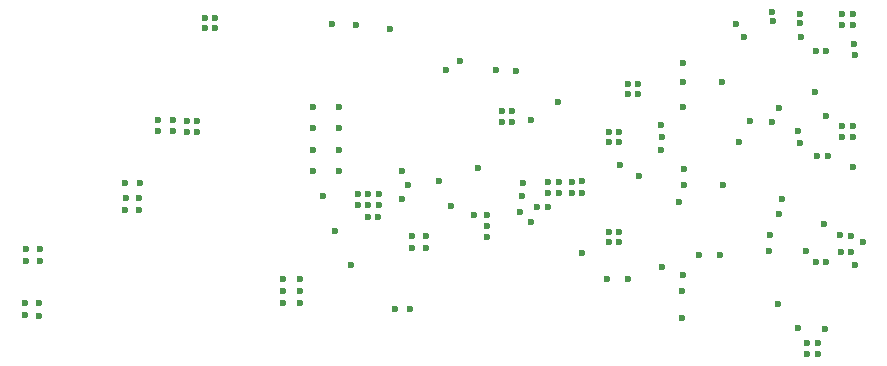
<source format=gbr>
%TF.GenerationSoftware,Altium Limited,Altium Designer,22.5.1 (42)*%
G04 Layer_Color=8388736*
%FSLAX45Y45*%
%MOMM*%
%TF.SameCoordinates,F63A7803-94E7-494B-9888-F8709FA5C5B4*%
%TF.FilePolarity,Positive*%
%TF.FileFunction,Other,Top_Tenting*%
%TF.Part,Single*%
G01*
G75*
%TA.AperFunction,SMDPad,CuDef*%
%ADD74C,0.60000*%
D74*
X6693001Y505701D02*
D03*
X7340677Y2617601D02*
D03*
X5029301Y1547101D02*
D03*
X3511600Y1401200D02*
D03*
X3510100Y1634500D02*
D03*
X5418200Y720200D02*
D03*
X5244600Y722400D02*
D03*
X6700300Y2171200D02*
D03*
X7096401Y2096801D02*
D03*
X6860000Y301900D02*
D03*
X7093301Y293401D02*
D03*
X317601Y512601D02*
D03*
X1439801Y1968601D02*
D03*
X1566801D02*
D03*
X1292119Y1533100D02*
D03*
X1159900D02*
D03*
X6703100Y1272500D02*
D03*
X7077400Y1184400D02*
D03*
X2756001Y1813801D02*
D03*
Y1995834D02*
D03*
Y2177867D02*
D03*
Y1631768D02*
D03*
X2971901D02*
D03*
Y2177867D02*
D03*
Y1995834D02*
D03*
Y1813801D02*
D03*
X4945700Y1544600D02*
D03*
Y1444101D02*
D03*
X431901Y512601D02*
D03*
X5890825Y2551401D02*
D03*
X5879700Y620101D02*
D03*
X5876100Y389001D02*
D03*
X2644101Y616301D02*
D03*
Y514701D02*
D03*
X2504401Y616301D02*
D03*
Y514701D02*
D03*
Y717901D02*
D03*
X2644101D02*
D03*
X7010501Y2652001D02*
D03*
X7099401D02*
D03*
X7115500Y1765200D02*
D03*
X7019300D02*
D03*
X7099401Y861301D02*
D03*
X7010501D02*
D03*
X7340701Y835901D02*
D03*
X5894701Y1651301D02*
D03*
X5029301Y937501D02*
D03*
X6643800Y2979800D02*
D03*
X6879700Y2960300D02*
D03*
X7337000Y2711400D02*
D03*
X6874800Y1875200D02*
D03*
X5897001Y1518701D02*
D03*
X6451701Y2055101D02*
D03*
X5348774Y1879373D02*
D03*
X5259874D02*
D03*
X5348774Y1968273D02*
D03*
X5259874D02*
D03*
X5259674Y1120873D02*
D03*
X5348574D02*
D03*
X5259674Y1031973D02*
D03*
X5348574D02*
D03*
X5029301Y1445501D02*
D03*
X4118330Y1261411D02*
D03*
X4224501Y1259401D02*
D03*
X4223695Y1165867D02*
D03*
X4223694Y1076967D02*
D03*
X5887524Y2173501D02*
D03*
X6215101Y2389401D02*
D03*
X6878901Y2883001D02*
D03*
X7001801Y2299001D02*
D03*
X5511701Y1595501D02*
D03*
X6864701Y1975401D02*
D03*
X4600679Y1206022D02*
D03*
X6724701Y1395701D02*
D03*
X7324001Y1665101D02*
D03*
X5887901Y754001D02*
D03*
X4439575Y2142032D02*
D03*
X4350675D02*
D03*
X4439575Y2053132D02*
D03*
X4350675D02*
D03*
X3311773Y1342323D02*
D03*
X3222873D02*
D03*
X3311773Y1442973D02*
D03*
X3222874D02*
D03*
X3308173Y1241673D02*
D03*
X3219274D02*
D03*
X3134299Y1443001D02*
D03*
X3134299Y1342351D02*
D03*
X3449901Y468001D02*
D03*
X2919600Y2880901D02*
D03*
X3119701Y2874101D02*
D03*
X3576401Y466601D02*
D03*
X5351100Y1684600D02*
D03*
X4596600Y2064900D02*
D03*
X4305100Y2491600D02*
D03*
X4476700Y2482000D02*
D03*
X4002400Y2561800D02*
D03*
X3410700Y2837400D02*
D03*
X3877800Y2485600D02*
D03*
X5698700Y2021700D02*
D03*
X4825700Y2219000D02*
D03*
X3080200Y842200D02*
D03*
X5886100Y2389700D02*
D03*
X3556800Y1519300D02*
D03*
X2936700Y1125000D02*
D03*
X2838400Y1426200D02*
D03*
X4530700Y1535400D02*
D03*
X4745975Y1448332D02*
D03*
X4834875D02*
D03*
X4745975Y1537232D02*
D03*
X4834875D02*
D03*
X5418475Y2283132D02*
D03*
X5507375D02*
D03*
X5418475Y2372032D02*
D03*
X5507375D02*
D03*
X6940675Y86932D02*
D03*
X7029575D02*
D03*
X6940675Y175832D02*
D03*
X7029575D02*
D03*
X7219200Y1088700D02*
D03*
X7234575Y1922932D02*
D03*
X7323475D02*
D03*
X7234575Y2011832D02*
D03*
X7323475D02*
D03*
X7233875Y2873632D02*
D03*
X7322775D02*
D03*
X7233875Y2962532D02*
D03*
X7322775D02*
D03*
X1836875Y2841032D02*
D03*
X1925775D02*
D03*
X1836875Y2929932D02*
D03*
X1925775D02*
D03*
X1685075Y1967032D02*
D03*
X1773975D02*
D03*
X1685075Y2055932D02*
D03*
X1773975D02*
D03*
X1570801Y2064801D02*
D03*
X1443801D02*
D03*
X431900Y409700D02*
D03*
X313501Y412401D02*
D03*
X324001Y874601D02*
D03*
X442400Y871900D02*
D03*
X442401Y974801D02*
D03*
X328101D02*
D03*
X1167000Y1304501D02*
D03*
X1285400Y1301800D02*
D03*
X1285401Y1404701D02*
D03*
X1171101D02*
D03*
X3590201Y983101D02*
D03*
X3708600Y980400D02*
D03*
X3708601Y1083301D02*
D03*
X3594301D02*
D03*
X5713200Y1924200D02*
D03*
X6362801Y1877301D02*
D03*
X7310875Y1084900D02*
D03*
X7408700Y1030600D02*
D03*
X7313700Y946600D02*
D03*
X7221600Y950500D02*
D03*
X6928700Y959400D02*
D03*
X6020300Y923800D02*
D03*
X6199200Y921700D02*
D03*
X5704800Y1812200D02*
D03*
X6887100Y2770700D02*
D03*
X6650600Y2900200D02*
D03*
X6402301Y2772501D02*
D03*
X6337800Y2881800D02*
D03*
X6642400Y2045900D02*
D03*
X5853500Y1367600D02*
D03*
X6617100Y952500D02*
D03*
X6625900Y1093700D02*
D03*
X5709600Y820700D02*
D03*
X4745700Y1331600D02*
D03*
X4653767Y1329112D02*
D03*
X4509950Y1286550D02*
D03*
X4525700Y1425100D02*
D03*
X3823000Y1547400D02*
D03*
X3921900Y1340800D02*
D03*
X4152700Y1661900D02*
D03*
X6228050Y1511950D02*
D03*
%TF.MD5,f60ad1d5a3795917066d48e2b41a869c*%
M02*

</source>
